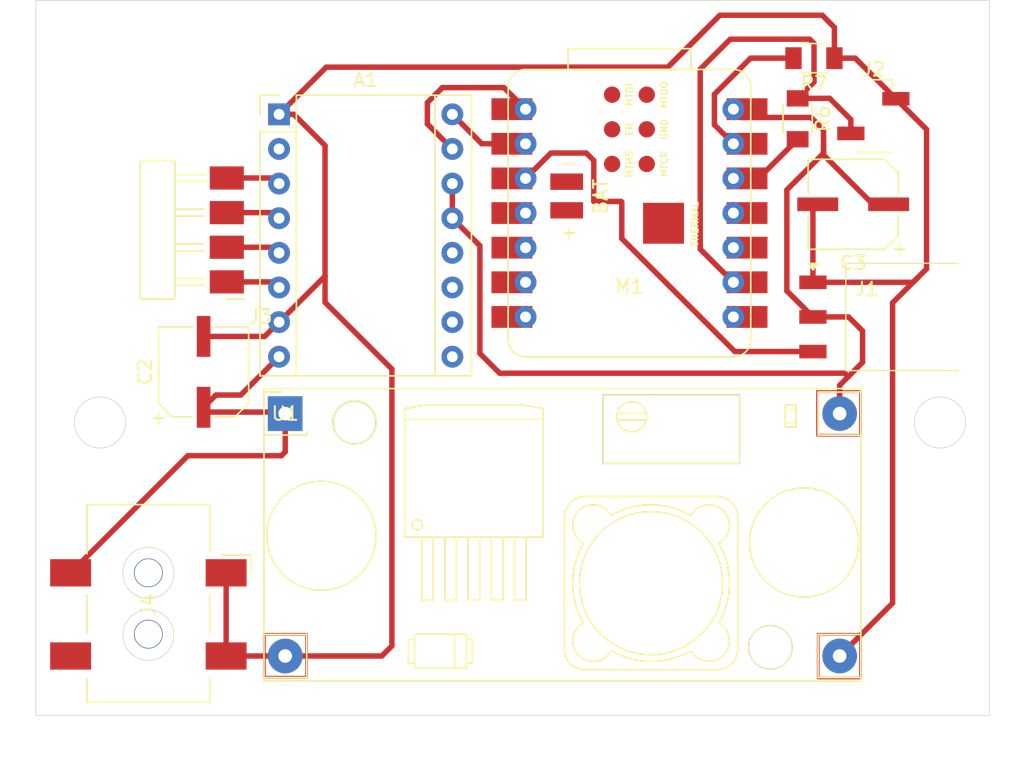
<source format=kicad_pcb>
(kicad_pcb (version 20241229) (generator "pcbnew") (generator_version "9.0")
  (layers (0 "F.Cu" signal) (2 "B.Cu" signal) (13 "F.Paste" user) (15 "B.Paste" user) (5 "F.SilkS" user "F.Silkscreen") (7 "B.SilkS" user "B.Silkscreen") (1 "F.Mask" user) (3 "B.Mask" user) (25 "Edge.Cuts" user))
  (net 0 "")
  (net 1 "GND")
  (net 3 "PWR")
  (net 4 "STEP")
  (net 6 "DIR")
  (net 9 "A1")
  (net 10 "B1")
  (net 12 "B2")
  (net 13 "A2")
  (net 14 "5V")
  (net 15 "SERVO")
  (net 35 "3V3")
  (net 41 "LIMIT")
  (footprint "fab:R_1206" (layer "F.Cu") (at 180.23556 66.14056 180)
    (property "Reference" "R7" (at 0 -1.85 0) (layer "F.SilkS"))
    (property "Value" "0")
    (fp_line (start 1 1.07) (end -1 1.07) (stroke (width 0.12)) (layer "F.SilkS"))
    (fp_line (start -1 -1.07) (end 1 -1.07) (stroke (width 0.12)) (layer "F.SilkS"))
    (pad "1" smd rect (at -1.5 0 180) (size 1.2 1.6) (layers "F.Cu" "F.Mask" "F.Paste") (net 1 "GND"))
    (pad "2" smd rect (at 1.5 0 180) (size 1.2 1.6) (layers "F.Cu" "F.Mask" "F.Paste") (net 1 "GND"))
  )
  (footprint "hw411:YAAJ_DCDC_StepDown_LM2596" (layer "F.Cu") (at 141.48 92.21)
    (property "Reference" "U1" (at 0 0 0) (layer "F.SilkS"))
    (property "Value" "DCDC_StepDown_LM2596")
    (fp_line (start -1.555 -1.835) (end -1.555 19.615) (stroke (width 0.12)) (layer "F.SilkS"))
    (fp_line (start -1.555 19.615) (end 42.195 19.615) (stroke (width 0.12)) (layer "F.SilkS"))
    (fp_line (start -1.55 -1.58) (end -0.25 -1.58) (stroke (width 0.12)) (layer "F.SilkS"))
    (fp_line (start -1.55 1.575) (end 1.58 1.58) (stroke (width 0.12)) (layer "F.SilkS"))
    (fp_line (start -1.55 16.2) (end 1.58 16.2) (stroke (width 0.12)) (layer "F.SilkS"))
    (fp_line (start -1.55 19.36) (end 1.58 19.36) (stroke (width 0.12)) (layer "F.SilkS"))
    (fp_line (start 1.58 1.27) (end 1.58 1.58) (stroke (width 0.12)) (layer "F.SilkS"))
    (fp_line (start 1.58 16.2) (end 1.58 19.36) (stroke (width 0.12)) (layer "F.SilkS"))
    (fp_line (start 8.749233 1.004149) (end 8.749233 1.165687) (stroke (width 0.12)) (layer "F.SilkS"))
    (fp_line (start 8.750233 -0.36239) (end 10.400233 -0.653329) (stroke (width 0.12)) (layer "F.SilkS"))
    (fp_line (start 8.750233 8.989106) (end 8.750233 -0.36239) (stroke (width 0.12)) (layer "F.SilkS"))
    (fp_line (start 8.750233 8.989106) (end 8.827797 9.06667) (stroke (width 0.12)) (layer "F.SilkS"))
    (fp_line (start 8.827797 9.06667) (end 18.83267 9.06667) (stroke (width 0.12)) (layer "F.SilkS"))
    (fp_line (start 9.031636 16.558217) (end 9.481636 16.558217) (stroke (width 0.12)) (layer "F.SilkS"))
    (fp_line (start 9.031636 18.308217) (end 9.031636 16.558217) (stroke (width 0.12)) (layer "F.SilkS"))
    (fp_line (start 9.481636 18.308217) (end 9.031636 18.308217) (stroke (width 0.12)) (layer "F.SilkS"))
    (fp_line (start 9.481636 18.583217) (end 9.481636 16.283217) (stroke (width 0.12)) (layer "F.SilkS"))
    (fp_line (start 9.581636 16.183217) (end 13.181636 16.183217) (stroke (width 0.12)) (layer "F.SilkS"))
    (fp_line (start 10.010233 13.69667) (end 10.010233 9.06667) (stroke (width 0.12)) (layer "F.SilkS"))
    (fp_line (start 10.010233 13.69667) (end 10.850233 13.69667) (stroke (width 0.12)) (layer "F.SilkS"))
    (fp_line (start 10.400233 -0.653329) (end 17.260233 -0.653329) (stroke (width 0.12)) (layer "F.SilkS"))
    (fp_line (start 10.850233 13.69667) (end 10.850233 9.06667) (stroke (width 0.12)) (layer "F.SilkS"))
    (fp_line (start 11.710233 13.69667) (end 11.710233 9.06667) (stroke (width 0.12)) (layer "F.SilkS"))
    (fp_line (start 11.710233 13.69667) (end 12.550233 13.69667) (stroke (width 0.12)) (layer "F.SilkS"))
    (fp_line (start 12.411358 16.283217) (end 12.411358 18.583217) (stroke (width 0.12)) (layer "F.SilkS"))
    (fp_line (start 12.550233 13.69667) (end 12.550233 9.06667) (stroke (width 0.12)) (layer "F.SilkS"))
    (fp_line (start 13.181636 18.683217) (end 9.581636 18.683217) (stroke (width 0.12)) (layer "F.SilkS"))
    (fp_line (start 13.281636 16.283217) (end 13.281636 18.583217) (stroke (width 0.12)) (layer "F.SilkS"))
    (fp_line (start 13.281636 16.558217) (end 13.731636 16.558217) (stroke (width 0.12)) (layer "F.SilkS"))
    (fp_line (start 13.282636 16.794696) (end 13.282636 16.700144) (stroke (width 0.12)) (layer "F.SilkS"))
    (fp_line (start 13.410233 13.69667) (end 13.410233 9.06667) (stroke (width 0.12)) (layer "F.SilkS"))
    (fp_line (start 13.410233 13.69667) (end 14.250233 13.69667) (stroke (width 0.12)) (layer "F.SilkS"))
    (fp_line (start 13.731636 16.558217) (end 13.731636 18.308217) (stroke (width 0.12)) (layer "F.SilkS"))
    (fp_line (start 13.731636 18.308217) (end 13.281636 18.308217) (stroke (width 0.12)) (layer "F.SilkS"))
    (fp_line (start 14.250233 13.69667) (end 14.250233 9.06667) (stroke (width 0.12)) (layer "F.SilkS"))
    (fp_line (start 15.110233 13.69667) (end 15.110233 9.06667) (stroke (width 0.12)) (layer "F.SilkS"))
    (fp_line (start 15.110233 13.69667) (end 15.950233 13.69667) (stroke (width 0.12)) (layer "F.SilkS"))
    (fp_line (start 15.950233 13.69667) (end 15.950233 9.06667) (stroke (width 0.12)) (layer "F.SilkS"))
    (fp_line (start 16.810233 13.69667) (end 16.810233 9.06667) (stroke (width 0.12)) (layer "F.SilkS"))
    (fp_line (start 16.810233 13.69667) (end 17.650233 13.69667) (stroke (width 0.12)) (layer "F.SilkS"))
    (fp_line (start 17.260233 -0.653329) (end 18.910233 -0.36239) (stroke (width 0.12)) (layer "F.SilkS"))
    (fp_line (start 17.650233 13.69667) (end 17.650233 9.06667) (stroke (width 0.12)) (layer "F.SilkS"))
    (fp_line (start 18.83267 9.06667) (end 18.910233 8.989106) (stroke (width 0.12)) (layer "F.SilkS"))
    (fp_line (start 18.910233 0.42667) (end 8.750233 0.42667) (stroke (width 0.12)) (layer "F.SilkS"))
    (fp_line (start 18.910233 8.989106) (end 18.910233 -0.36239) (stroke (width 0.12)) (layer "F.SilkS"))
    (fp_line (start 20.467397 7.585796) (end 20.467397 17.285796) (stroke (width 0.12)) (layer "F.SilkS"))
    (fp_line (start 21.967397 18.785796) (end 31.667397 18.785796) (stroke (width 0.12)) (layer "F.SilkS"))
    (fp_line (start 23.299783 3.582294) (end 23.299783 -1.317705) (stroke (width 0.12)) (layer "F.SilkS"))
    (fp_line (start 23.349783 -1.367705) (end 33.249783 -1.367705) (stroke (width 0.12)) (layer "F.SilkS"))
    (fp_line (start 24.336385 -0.0491) (end 24.360553 -0.017705) (stroke (width 0.12)) (layer "F.SilkS"))
    (fp_line (start 24.348594 0.007294) (end 24.324147 0.002062) (stroke (width 0.12)) (layer "F.SilkS"))
    (fp_line (start 24.348594 0.007294) (end 24.355764 -0.023925) (stroke (width 0.12)) (layer "F.SilkS"))
    (fp_line (start 24.348594 0.007294) (end 24.360553 -0.017705) (stroke (width 0.12)) (layer "F.SilkS"))
    (fp_line (start 24.360553 0.482294) (end 26.439014 0.482294) (stroke (width 0.12)) (layer "F.SilkS"))
    (fp_line (start 26.439014 -0.017705) (end 24.360553 -0.017705) (stroke (width 0.12)) (layer "F.SilkS"))
    (fp_line (start 31.667397 6.085796) (end 21.967397 6.085796) (stroke (width 0.12)) (layer "F.SilkS"))
    (fp_line (start 31.858978 -1.368705) (end 31.814106 -1.368705) (stroke (width 0.12)) (layer "F.SilkS"))
    (fp_line (start 31.942312 -1.368705) (end 31.908357 -1.368705) (stroke (width 0.12)) (layer "F.SilkS"))
    (fp_line (start 33.167397 17.285796) (end 33.167397 7.585796) (stroke (width 0.12)) (layer "F.SilkS"))
    (fp_line (start 33.249783 3.632294) (end 23.349783 3.632294) (stroke (width 0.12)) (layer "F.SilkS"))
    (fp_line (start 33.299783 -1.317705) (end 33.299783 3.582294) (stroke (width 0.12)) (layer "F.SilkS"))
    (fp_line (start 36.648681 -0.299704) (end 37.448681 -0.299704) (stroke (width 0.12)) (layer "F.SilkS"))
    (fp_line (start 36.648681 0.980295) (end 36.648681 -0.619704) (stroke (width 0.12)) (layer "F.SilkS"))
    (fp_line (start 37.448681 -0.619704) (end 36.648681 -0.619704) (stroke (width 0.12)) (layer "F.SilkS"))
    (fp_line (start 37.448681 -0.619704) (end 37.448681 0.980295) (stroke (width 0.12)) (layer "F.SilkS"))
    (fp_line (start 37.448681 0.660295) (end 36.648681 0.660295) (stroke (width 0.12)) (layer "F.SilkS"))
    (fp_line (start 37.448681 0.980295) (end 36.648681 0.980295) (stroke (width 0.12)) (layer "F.SilkS"))
    (fp_line (start 39.06 -1.58) (end 42.175 -1.58) (stroke (width 0.12)) (layer "F.SilkS"))
    (fp_line (start 39.06 1.58) (end 39.06 -1.58) (stroke (width 0.12)) (layer "F.SilkS"))
    (fp_line (start 39.06 1.58) (end 42.22 1.58) (stroke (width 0.12)) (layer "F.SilkS"))
    (fp_line (start 39.06 16.2) (end 42.175 16.2) (stroke (width 0.12)) (layer "F.SilkS"))
    (fp_line (start 39.06 19.36) (end 39.06 16.2) (stroke (width 0.12)) (layer "F.SilkS"))
    (fp_line (start 39.06 19.36) (end 42.175 19.36) (stroke (width 0.12)) (layer "F.SilkS"))
    (fp_line (start 42.195 -1.835) (end -1.555 -1.835) (stroke (width 0.12)) (layer "F.SilkS"))
    (fp_line (start 42.195 19.615) (end 42.195 -1.835) (stroke (width 0.12)) (layer "F.SilkS"))
    (fp_arc (start 9.481636 16.283217) (mid 9.510925 16.212506) (end 9.581636 16.183217) (stroke (width 0.12)) (layer "F.SilkS"))
    (fp_arc (start 9.581636 18.683217) (mid 9.510925 18.653928) (end 9.481636 18.583217) (stroke (width 0.12)) (layer "F.SilkS"))
    (fp_arc (start 13.181636 16.183217) (mid 13.252347 16.212506) (end 13.281636 16.283217) (stroke (width 0.12)) (layer "F.SilkS"))
    (fp_arc (start 13.281636 18.583217) (mid 13.252347 18.653928) (end 13.181636 18.683217) (stroke (width 0.12)) (layer "F.SilkS"))
    (fp_arc (start 20.467397 7.585796) (mid 20.906737 6.525136) (end 21.967397 6.085796) (stroke (width 0.12)) (layer "F.SilkS"))
    (fp_arc (start 21.781131 9.46601) (mid 21.825145 9.526245) (end 21.815218 9.600183) (stroke (width 0.12)) (layer "F.SilkS"))
    (fp_arc (start 21.781132 9.466011) (mid 21.514096 7.132496) (end 23.847611 7.399531) (stroke (width 0.12)) (layer "F.SilkS"))
    (fp_arc (start 21.815217 15.271409) (mid 21.825145 15.345347) (end 21.781132 15.405582) (stroke (width 0.12)) (layer "F.SilkS"))
    (fp_arc (start 21.815218 15.27141) (mid 21.067397 12.435796) (end 21.815218 9.600183) (stroke (width 0.12)) (layer "F.SilkS"))
    (fp_arc (start 21.967397 18.785796) (mid 20.906737 18.346456) (end 20.467397 17.285796) (stroke (width 0.12)) (layer "F.SilkS"))
    (fp_arc (start 23.299783 -1.317705) (mid 23.314428 -1.35306) (end 23.349783 -1.367705) (stroke (width 0.12)) (layer "F.SilkS"))
    (fp_arc (start 23.349783 3.632294) (mid 23.314428 3.617649) (end 23.299783 3.582294) (stroke (width 0.12)) (layer "F.SilkS"))
    (fp_arc (start 23.847611 17.472062) (mid 21.514095 17.739097) (end 21.781132 15.405582) (stroke (width 0.12)) (layer "F.SilkS"))
    (fp_arc (start 23.847611 17.472062) (mid 23.907845 17.428049) (end 23.981783 17.437976) (stroke (width 0.12)) (layer "F.SilkS"))
    (fp_arc (start 23.981783 7.433617) (mid 23.907845 7.443544) (end 23.847611 7.399531) (stroke (width 0.12)) (layer "F.SilkS"))
    (fp_arc (start 23.981784 7.433617) (mid 26.817397 6.685796) (end 29.653011 7.433617) (stroke (width 0.12)) (layer "F.SilkS"))
    (fp_arc (start 24.324148 0.462527) (mid 26.469605 -0.023594) (end 24.336385 0.51369) (stroke (width 0.12)) (layer "F.SilkS"))
    (fp_arc (start 29.653011 17.437976) (mid 26.817397 18.185797) (end 23.981783 17.437976) (stroke (width 0.12)) (layer "F.SilkS"))
    (fp_arc (start 29.653011 17.437976) (mid 29.726949 17.428049) (end 29.787183 17.472062) (stroke (width 0.12)) (layer "F.SilkS"))
    (fp_arc (start 29.787183 7.399531) (mid 29.726949 7.443544) (end 29.653011 7.433617) (stroke (width 0.12)) (layer "F.SilkS"))
    (fp_arc (start 29.787183 7.399531) (mid 32.120699 7.132496) (end 31.853662 9.466011) (stroke (width 0.12)) (layer "F.SilkS"))
    (fp_arc (start 31.667397 6.085796) (mid 32.728057 6.525136) (end 33.167397 7.585796) (stroke (width 0.12)) (layer "F.SilkS"))
    (fp_arc (start 31.819576 9.600183) (mid 32.567397 12.435796) (end 31.819576 15.27141) (stroke (width 0.12)) (layer "F.SilkS"))
    (fp_arc (start 31.819577 9.600184) (mid 31.809649 9.526246) (end 31.853662 9.466011) (stroke (width 0.12)) (layer "F.SilkS"))
    (fp_arc (start 31.853662 15.405582) (mid 32.120698 17.739097) (end 29.787183 17.472062) (stroke (width 0.12)) (layer "F.SilkS"))
    (fp_arc (start 31.853663 15.405583) (mid 31.809649 15.345348) (end 31.819576 15.27141) (stroke (width 0.12)) (layer "F.SilkS"))
    (fp_arc (start 33.167397 17.285796) (mid 32.728057 18.346456) (end 31.667397 18.785796) (stroke (width 0.12)) (layer "F.SilkS"))
    (fp_arc (start 33.249783 -1.367705) (mid 33.285138 -1.35306) (end 33.299783 -1.317705) (stroke (width 0.12)) (layer "F.SilkS"))
    (fp_arc (start 33.299783 3.582294) (mid 33.285138 3.617649) (end 33.249783 3.632294) (stroke (width 0.12)) (layer "F.SilkS"))
    (fp_circle (center 2.646666 8.957418) (end 6.646666 8.957418) (stroke (width 0.12)) (fill no) (layer "F.SilkS"))
    (fp_circle (center 5.08 0.635) (end 6.678999 0.635) (stroke (width 0.12)) (fill no) (layer "F.SilkS"))
    (fp_circle (center 9.673179 8.154594) (end 10.048179 8.154594) (stroke (width 0.12)) (fill no) (layer "F.SilkS"))
    (fp_circle (center 26.817397 12.435796) (end 32.067397 12.435796) (stroke (width 0.12)) (fill no) (layer "F.SilkS"))
    (fp_circle (center 35.56 17.145) (end 37.159 17.145) (stroke (width 0.12)) (fill no) (layer "F.SilkS"))
    (fp_circle (center 38.029307 9.455206) (end 42.029307 9.455206) (stroke (width 0.12)) (fill no) (layer "F.SilkS"))
    (pad "1" thru_hole rect (at 0 0) (size 2.54 2.54) (drill 1) (layers "*.Cu" "*.Mask") (net 3 "PWR"))
    (pad "2" thru_hole circle (at 0 17.78) (size 2.54 2.54) (drill 1) (layers "*.Cu" "*.Mask") (net 1 "GND"))
    (pad "3" thru_hole circle (at 40.64 17.78) (size 2.54 2.54) (drill 1) (layers "*.Cu" "*.Mask") (net 1 "GND"))
    (pad "4" thru_hole circle (at 40.64 0) (size 2.54 2.54) (drill 1) (layers "*.Cu" "*.Mask") (net 14 "5V"))
  )
  (footprint "fab:PinSocket_01x02_P2.54mm_Vertical_SMD" (layer "F.Cu") (at 184.59056 70.39056)
    (property "Reference" "J2" (at 0 -3.429 0) (layer "F.SilkS"))
    (property "Value" "Limit-switch")
    (fp_line (start -1.27 2.667) (end 1.27 2.667) (stroke (width 0.12)) (layer "F.SilkS"))
    (fp_line (start 1.397 -2.667) (end 0 -2.667) (stroke (width 0.12)) (layer "F.SilkS"))
    (fp_line (start 1.397 -2.032) (end 1.397 -2.667) (stroke (width 0.12)) (layer "F.SilkS"))
    (pad "1" smd rect (at 1.65 -1.27) (size 2 1) (layers "F.Cu" "F.Mask" "F.Paste") (net 1 "GND"))
    (pad "2" smd rect (at -1.65 1.27) (size 2 1) (layers "F.Cu" "F.Mask" "F.Paste") (net 41 "LIMIT"))
  )
  (footprint "fab:CUIDevices_PJ-002AH-SMT-TR_PWRJack_2x5.5mm" (layer "F.Cu") (at 131.45 106.89 -90)
    (property "Reference" "J4" (at -0.65 0 90) (layer "F.SilkS"))
    (property "Value" "PWRJack PJ-002AH-SMT-TR")
    (fp_line (start -8 4.5) (end -4.39 4.5) (stroke (width 0.12)) (layer "F.SilkS"))
    (fp_line (start -8 4.5) (end -8 -4.5) (stroke (width 0.12)) (layer "F.SilkS"))
    (fp_line (start -1.4 4.5) (end 1.4 4.5) (stroke (width 0.12)) (layer "F.SilkS"))
    (fp_line (start 6.5 4.5) (end 4.8 4.5) (stroke (width 0.12)) (layer "F.SilkS"))
    (fp_line (start -8 -4.5) (end -4.6 -4.5) (stroke (width 0.12)) (layer "F.SilkS"))
    (fp_line (start -1.4 -4.5) (end 1.4 -4.5) (stroke (width 0.12)) (layer "F.SilkS"))
    (fp_line (start 4.7 -4.5) (end 6.5 -4.5) (stroke (width 0.12)) (layer "F.SilkS"))
    (fp_line (start 6.5 -4.5) (end 6.5 4.5) (stroke (width 0.12)) (layer "F.SilkS"))
    (fp_line (start -4.3 -7.5) (end -4.3 -5.36) (stroke (width 0.12)) (layer "F.SilkS"))
    (fp_line (start -2.96 -7.5) (end -4.3 -7.5) (stroke (width 0.12)) (layer "F.SilkS"))
    (pad "" thru_hole circle (at -3 0) (size 2.1 2.1) (drill 2) (layers "*.Cu" "*.Mask"))
    (pad "" thru_hole circle (at 1.5 0) (size 2.1 2.1) (drill 2) (layers "*.Cu" "*.Mask"))
    (pad "1" smd rect (at -3 -5.7) (size 3 2) (layers "F.Cu" "F.Mask" "F.Paste") (net 1 "GND"))
    (pad "1" smd rect (at 3.1 -5.7) (size 3 2) (layers "F.Cu" "F.Mask" "F.Paste") (net 1 "GND"))
    (pad "2" smd rect (at 3.1 5.7) (size 3 2) (layers "F.Cu" "F.Mask" "F.Paste"))
    (pad "3" smd rect (at -3 5.7) (size 3 2) (layers "F.Cu" "F.Mask" "F.Paste") (net 3 "PWR"))
  )
  (footprint "fab:CP_Elec_100uF_Panasonic_EEE-FN1E101UL" (layer "F.Cu") (at 183.11056 76.85806 180)
    (property "Reference" "C3" (at 0 -4.3 0) (layer "F.SilkS"))
    (property "Value" "CP_Elec_100uF")
    (fp_line (start 3.3 3.3) (end 3.3 0.8) (stroke (width 0.12)) (layer "F.SilkS"))
    (fp_line (start 3.3 -3.3) (end 3.3 -0.8) (stroke (width 0.12)) (layer "F.SilkS"))
    (fp_line (start -2.3 3.3) (end 3.3 3.3) (stroke (width 0.12)) (layer "F.SilkS"))
    (fp_line (start -2.3 -3.3) (end 3.3 -3.3) (stroke (width 0.12)) (layer "F.SilkS"))
    (fp_line (start -3.3 2.3) (end -2.3 3.3) (stroke (width 0.12)) (layer "F.SilkS"))
    (fp_line (start -3.3 0.8) (end -3.3 2.3) (stroke (width 0.12)) (layer "F.SilkS"))
    (fp_line (start -3.3 -0.8) (end -3.3 -2.3) (stroke (width 0.12)) (layer "F.SilkS"))
    (fp_line (start -3.3 -2.3) (end -2.3 -3.3) (stroke (width 0.12)) (layer "F.SilkS"))
    (fp_line (start -3.4 -3.7) (end -3.4 -2.9) (stroke (width 0.12)) (layer "F.SilkS"))
    (fp_line (start -3.8 -3.3) (end -3 -3.3) (stroke (width 0.12)) (layer "F.SilkS"))
    (pad "1" smd rect (at -2.6 0 180) (size 3 1) (layers "F.Cu" "F.Mask" "F.Paste") (net 14 "5V"))
    (pad "2" smd rect (at 2.6 0 180) (size 3 1) (layers "F.Cu" "F.Mask" "F.Paste") (net 1 "GND"))
  )
  (footprint "Module:Pololu_Breakout-16_15.2x20.3mm" (layer "F.Cu") (at 141.03 70.26)
    (property "Reference" "A1" (at 6.35 -2.54 0) (layer "F.SilkS"))
    (property "Value" "DRV8825")
    (fp_line (start -1.4 -1.4) (end -1.4 0) (stroke (width 0.12)) (layer "F.SilkS"))
    (fp_line (start -1.4 1.27) (end -1.4 19.18) (stroke (width 0.12)) (layer "F.SilkS"))
    (fp_line (start -1.4 19.18) (end 14.1 19.18) (stroke (width 0.12)) (layer "F.SilkS"))
    (fp_line (start 0 -1.4) (end -1.4 -1.4) (stroke (width 0.12)) (layer "F.SilkS"))
    (fp_line (start 1.27 -1.4) (end 1.27 1.27) (stroke (width 0.12)) (layer "F.SilkS"))
    (fp_line (start 1.27 1.27) (end -1.4 1.27) (stroke (width 0.12)) (layer "F.SilkS"))
    (fp_line (start 1.27 1.27) (end 1.27 19.18) (stroke (width 0.12)) (layer "F.SilkS"))
    (fp_line (start 11.43 -1.4) (end 11.43 19.18) (stroke (width 0.12)) (layer "F.SilkS"))
    (fp_line (start 14.1 -1.4) (end 1.27 -1.4) (stroke (width 0.12)) (layer "F.SilkS"))
    (fp_line (start 14.1 19.18) (end 14.1 -1.4) (stroke (width 0.12)) (layer "F.SilkS"))
    (pad "1" thru_hole rect (at 0 0) (size 1.6 1.6) (drill 0.8) (layers "*.Cu" "*.Mask") (net 1 "GND"))
    (pad "2" thru_hole oval (at 0 2.54) (size 1.6 1.6) (drill 0.8) (layers "*.Cu" "*.Mask"))
    (pad "3" thru_hole oval (at 0 5.08) (size 1.6 1.6) (drill 0.8) (layers "*.Cu" "*.Mask") (net 13 "A2"))
    (pad "4" thru_hole oval (at 0 7.62) (size 1.6 1.6) (drill 0.8) (layers "*.Cu" "*.Mask") (net 9 "A1"))
    (pad "5" thru_hole oval (at 0 10.16) (size 1.6 1.6) (drill 0.8) (layers "*.Cu" "*.Mask") (net 10 "B1"))
    (pad "6" thru_hole oval (at 0 12.7) (size 1.6 1.6) (drill 0.8) (layers "*.Cu" "*.Mask") (net 12 "B2"))
    (pad "7" thru_hole oval (at 0 15.24) (size 1.6 1.6) (drill 0.8) (layers "*.Cu" "*.Mask") (net 1 "GND"))
    (pad "8" thru_hole oval (at 0 17.78) (size 1.6 1.6) (drill 0.8) (layers "*.Cu" "*.Mask") (net 3 "PWR"))
    (pad "9" thru_hole oval (at 12.7 17.78) (size 1.6 1.6) (drill 0.8) (layers "*.Cu" "*.Mask"))
    (pad "10" thru_hole oval (at 12.7 15.24) (size 1.6 1.6) (drill 0.8) (layers "*.Cu" "*.Mask"))
    (pad "11" thru_hole oval (at 12.7 12.7) (size 1.6 1.6) (drill 0.8) (layers "*.Cu" "*.Mask"))
    (pad "12" thru_hole oval (at 12.7 10.16) (size 1.6 1.6) (drill 0.8) (layers "*.Cu" "*.Mask"))
    (pad "13" thru_hole oval (at 12.7 7.62) (size 1.6 1.6) (drill 0.8) (layers "*.Cu" "*.Mask") (net 14 "5V"))
    (pad "14" thru_hole oval (at 12.7 5.08) (size 1.6 1.6) (drill 0.8) (layers "*.Cu" "*.Mask") (net 14 "5V"))
    (pad "15" thru_hole oval (at 12.7 2.54) (size 1.6 1.6) (drill 0.8) (layers "*.Cu" "*.Mask") (net 4 "STEP"))
    (pad "16" thru_hole oval (at 12.7 0) (size 1.6 1.6) (drill 0.8) (layers "*.Cu" "*.Mask") (net 6 "DIR"))
  )
  (footprint "fab:PinHeader_01x04_P2.54mm_Horizontal_SMD" (layer "F.Cu") (at 137.2 82.55 180)
    (property "Reference" "J3" (at -1.524 -2.54 0) (layer "F.SilkS") (effects (justify left)))
    (property "Value" "PinHeader_01x04_P2.54mm_Horizontal_SMD")
    (fp_line (start 6.35 8.89) (end 3.81 8.89) (stroke (width 0.12)) (layer "F.SilkS"))
    (fp_line (start 6.35 -1.27) (end 6.35 8.89) (stroke (width 0.12)) (layer "F.SilkS"))
    (fp_line (start 3.81 8.89) (end 3.81 -1.27) (stroke (width 0.12)) (layer "F.SilkS"))
    (fp_line (start 3.81 7.874) (end 1.6 7.874) (stroke (width 0.12)) (layer "F.SilkS"))
    (fp_line (start 3.81 7.366) (end 1.6 7.366) (stroke (width 0.12)) (layer "F.SilkS"))
    (fp_line (start 3.81 5.334) (end 1.6 5.334) (stroke (width 0.12)) (layer "F.SilkS"))
    (fp_line (start 3.81 4.826) (end 1.6 4.826) (stroke (width 0.12)) (layer "F.SilkS"))
    (fp_line (start 3.81 2.794) (end 1.6 2.794) (stroke (width 0.12)) (layer "F.SilkS"))
    (fp_line (start 3.81 2.286) (end 1.6 2.286) (stroke (width 0.12)) (layer "F.SilkS"))
    (fp_line (start 3.81 0.254) (end 1.6 0.254) (stroke (width 0.12)) (layer "F.SilkS"))
    (fp_line (start 3.81 -0.254) (end 1.6 -0.254) (stroke (width 0.12)) (layer "F.SilkS"))
    (fp_line (start 3.81 -1.27) (end 6.35 -1.27) (stroke (width 0.12)) (layer "F.SilkS"))
    (fp_line (start -1.27 -1.27) (end 0 -1.27) (stroke (width 0.12)) (layer "F.SilkS"))
    (pad "1" smd rect (at 0 0 180) (size 2.5 1.7) (layers "F.Cu" "F.Mask" "F.Paste") (net 12 "B2"))
    (pad "2" smd rect (at 0 2.54 180) (size 2.5 1.7) (layers "F.Cu" "F.Mask" "F.Paste") (net 10 "B1"))
    (pad "3" smd rect (at 0 5.08 180) (size 2.5 1.7) (layers "F.Cu" "F.Mask" "F.Paste") (net 9 "A1"))
    (pad "4" smd rect (at 0 7.62 180) (size 2.5 1.7) (layers "F.Cu" "F.Mask" "F.Paste") (net 13 "A2"))
  )
  (footprint "fab:PinSocket_01x03_P2.54mm_Horizontal_SMD" (layer "F.Cu") (at 180.16056 82.58056)
    (property "Reference" "J1" (at 4.88 0.51 0) (layer "F.SilkS") (effects (justify right)))
    (property "Value" "Pin_01x03_Horizontal_SMD")
    (fp_line (start 2.413 -1.397) (end 2.413 6.477) (stroke (width 0.1)) (layer "F.SilkS"))
    (fp_line (start 2.413 6.477) (end 10.668 6.477) (stroke (width 0.1)) (layer "F.SilkS"))
    (fp_line (start 10.668 -1.397) (end 2.413 -1.397) (stroke (width 0.1)) (layer "F.SilkS"))
    (fp_poly (pts (xy 0 -0.889) (xy -0.381 -1.397) (xy 0.381 -1.397)) (stroke (width 0.1)) (fill yes) (layer "F.SilkS"))
    (pad "1" smd rect (at 0 0) (size 2 1) (layers "F.Cu" "F.Mask" "F.Paste") (net 1 "GND"))
    (pad "2" smd rect (at 0 2.54) (size 2 1) (layers "F.Cu" "F.Mask" "F.Paste") (net 14 "5V"))
    (pad "3" smd rect (at 0 5.08) (size 2 1) (layers "F.Cu" "F.Mask" "F.Paste") (net 15 "SERVO"))
  )
  (footprint "fab:SeeedStudio_XIAO_ESP32C3" (layer "F.Cu") (at 166.71056 77.50056)
    (property "Reference" "M1" (at 0 5.39 0) (layer "F.SilkS"))
    (property "Value" "XIAO ESP32C3")
    (fp_line (start -8.8875 9.281) (end -8.8875 -9.261) (stroke (width 0.12)) (layer "F.SilkS"))
    (fp_line (start -7.6175 -10.531) (end 7.6225 -10.531) (stroke (width 0.12)) (layer "F.SilkS"))
    (fp_line (start 7.6225 10.551) (end -7.6175 10.551) (stroke (width 0.12)) (layer "F.SilkS"))
    (fp_line (start 8.8925 -9.261) (end 8.8925 9.281) (stroke (width 0.12)) (layer "F.SilkS"))
    (fp_rect (start -4.4975 -10.531) (end 4.5025 -12.055) (stroke (width 0.12)) (fill no) (layer "F.SilkS"))
    (fp_arc (start -8.8875 -9.261) (mid -8.515526 -10.159026) (end -7.6175 -10.531) (stroke (width 0.12)) (layer "F.SilkS"))
    (fp_arc (start -7.6175 10.551) (mid -8.515526 10.179026) (end -8.8875 9.281) (stroke (width 0.12)) (layer "F.SilkS"))
    (fp_arc (start 7.6225 -10.531) (mid 8.520526 -10.159026) (end 8.8925 -9.261) (stroke (width 0.12)) (layer "F.SilkS"))
    (fp_arc (start 8.8925 9.281) (mid 8.520526 10.179026) (end 7.6225 10.551) (stroke (width 0.12)) (layer "F.SilkS"))
    (fp_text user "MTDO" (at 2.54 -8.68 90) (layer "F.SilkS") (effects (font (size 0.5 0.5) (thickness 0.1) (bold yes))))
    (fp_text user "EN" (at 0 -6.14 90) (layer "F.SilkS") (effects (font (size 0.5 0.5) (thickness 0.1) (bold yes))))
    (fp_text user "MTMS" (at 0 -3.6 90) (layer "F.SilkS") (effects (font (size 0.5 0.5) (thickness 0.1) (bold yes))))
    (fp_text user "MTDI" (at 0 -8.68 90) (layer "F.SilkS") (effects (font (size 0.5 0.5) (thickness 0.1) (bold yes))))
    (fp_text user "GND" (at 2.54 -6.14 90) (layer "F.SilkS") (effects (font (size 0.5 0.5) (thickness 0.1) (bold yes))))
    (fp_text user "THERMAL" (at 4.8 0.8 90) (layer "F.SilkS") (effects (font (size 0.5 0.5) (thickness 0.1) (bold yes))))
    (fp_text user "BAT" (at -2.7 -1.2 90) (layer "F.SilkS") (effects (justify top)))
    (fp_text user "-" (at -4.4 -3.7 0) (layer "F.SilkS"))
    (fp_text user "+" (at -4.4 1.4 0) (layer "F.SilkS"))
    (fp_text user "MTCK" (at 2.54 -3.6 90) (layer "F.SilkS") (effects (font (size 0.5 0.5) (thickness 0.1) (bold yes))))
    (pad "1" thru_hole circle (at -7.615 -7.62) (size 1.6 1.6) (drill 0.8) (layers "*.Cu" "*.Mask") (net 4 "STEP"))
    (pad "1" smd rect (at -7.615 -7.62) (size 3 1.6) (drill (offset -1 0)) (layers "F.Cu" "F.Mask" "F.Paste") (net 4 "STEP"))
    (pad "2" thru_hole circle (at -7.615 -5.08) (size 1.6 1.6) (drill 0.8) (layers "*.Cu" "*.Mask") (net 6 "DIR"))
    (pad "2" smd rect (at -7.615 -5.08) (size 3 1.6) (drill (offset -1 0)) (layers "F.Cu" "F.Mask" "F.Paste") (net 6 "DIR"))
    (pad "3" thru_hole circle (at -7.615 -2.54) (size 1.6 1.6) (drill 0.8) (layers "*.Cu" "*.Mask") (net 15 "SERVO"))
    (pad "3" smd rect (at -7.615 -2.54) (size 3 1.6) (drill (offset -1 0)) (layers "F.Cu" "F.Mask" "F.Paste") (net 15 "SERVO"))
    (pad "4" thru_hole circle (at -7.615 0) (size 1.6 1.6) (drill 0.8) (layers "*.Cu" "*.Mask"))
    (pad "4" smd rect (at -7.615 0) (size 3 1.6) (drill (offset -1 0)) (layers "F.Cu" "F.Mask" "F.Paste"))
    (pad "5" thru_hole circle (at -7.615 2.54) (size 1.6 1.6) (drill 0.8) (layers "*.Cu" "*.Mask"))
    (pad "5" smd rect (at -7.615 2.54) (size 3 1.6) (drill (offset -1 0)) (layers "F.Cu" "F.Mask" "F.Paste"))
    (pad "6" thru_hole circle (at -7.615 5.08) (size 1.6 1.6) (drill 0.8) (layers "*.Cu" "*.Mask"))
    (pad "6" smd rect (at -7.615 5.08) (size 3 1.6) (drill (offset -1 0)) (layers "F.Cu" "F.Mask" "F.Paste"))
    (pad "7" thru_hole circle (at -7.615 7.62) (size 1.6 1.6) (drill 0.8) (layers "*.Cu" "*.Mask"))
    (pad "7" smd rect (at -7.615 7.62) (size 3 1.6) (drill (offset -1 0)) (layers "F.Cu" "F.Mask" "F.Paste"))
    (pad "8" thru_hole circle (at 7.62 7.62) (size 1.6 1.6) (drill 0.8) (layers "*.Cu" "*.Mask"))
    (pad "8" smd rect (at 7.62 7.62) (size 3 1.6) (drill (offset 1 0)) (layers "F.Cu" "F.Mask" "F.Paste"))
    (pad "9" thru_hole circle (at 7.62 5.08) (size 1.6 1.6) (drill 0.8) (layers "*.Cu" "*.Mask") (net 41 "LIMIT"))
    (pad "9" smd rect (at 7.62 5.08) (size 3 1.6) (drill (offset 1 0)) (layers "F.Cu" "F.Mask" "F.Paste") (net 41 "LIMIT"))
    (pad "10" thru_hole circle (at 7.62 2.54) (size 1.6 1.6) (drill 0.8) (layers "*.Cu" "*.Mask"))
    (pad "10" smd rect (at 7.62 2.54) (size 3 1.6) (drill (offset 1 0)) (layers "F.Cu" "F.Mask" "F.Paste"))
    (pad "11" thru_hole circle (at 7.62 0) (size 1.6 1.6) (drill 0.8) (layers "*.Cu" "*.Mask"))
    (pad "11" smd rect (at 7.62 0) (size 3 1.6) (drill (offset 1 0)) (layers "F.Cu" "F.Mask" "F.Paste"))
    (pad "12" thru_hole circle (at 7.62 -2.54) (size 1.6 1.6) (drill 0.8) (layers "*.Cu" "*.Mask") (net 35 "3V3"))
    (pad "12" smd rect (at 7.62 -2.54) (size 3 1.6) (drill (offset 1 0)) (layers "F.Cu" "F.Mask" "F.Paste") (net 35 "3V3"))
    (pad "13" thru_hole circle (at 7.62 -5.08) (size 1.6 1.6) (drill 0.8) (layers "*.Cu" "*.Mask") (net 1 "GND"))
    (pad "13" smd rect (at 7.62 -5.08) (size 3 1.6) (drill (offset 1 0)) (layers "F.Cu" "F.Mask" "F.Paste") (net 1 "GND"))
    (pad "14" thru_hole circle (at 7.62 -7.62) (size 1.6 1.6) (drill 0.8) (layers "*.Cu" "*.Mask") (net 14 "5V"))
    (pad "14" smd rect (at 7.62 -7.62) (size 3 1.6) (drill (offset 1 0)) (layers "F.Cu" "F.Mask" "F.Paste") (net 14 "5V"))
    (pad "15" smd rect (at -4.6 -2.3) (size 2.4 1.2) (layers "F.Cu" "F.Mask" "F.Paste"))
    (pad "16" smd rect (at -4.6 -0.2) (size 2.4 1.2) (layers "F.Cu" "F.Mask" "F.Paste"))
    (pad "17" smd circle (at -1.27 -8.68) (size 1.2 1.2) (layers "F.Cu" "F.Mask" "F.Paste"))
    (pad "18" smd circle (at -1.27 -6.14) (size 1.2 1.2) (layers "F.Cu" "F.Mask" "F.Paste"))
    (pad "19" smd circle (at -1.27 -3.6) (size 1.2 1.2) (layers "F.Cu" "F.Mask" "F.Paste"))
    (pad "20" smd circle (at 1.27 -3.6) (size 1.2 1.2) (layers "F.Cu" "F.Mask" "F.Paste"))
    (pad "21" smd circle (at 1.27 -6.14) (size 1.2 1.2) (layers "F.Cu" "F.Mask" "F.Paste"))
    (pad "22" smd circle (at 1.27 -8.68) (size 1.2 1.2) (layers "F.Cu" "F.Mask" "F.Paste"))
    (pad "23" smd rect (at 2.5 0.75) (size 3 3) (layers "F.Cu" "F.Mask" "F.Paste"))
  )
  (footprint "fab:CP_Elec_100uF_Panasonic_EEE-FN1E101UL" (layer "F.Cu") (at 135.5 89.15 90)
    (property "Reference" "C2" (at 0 -4.3 90) (layer "F.SilkS"))
    (property "Value" "CP_Elec_100uF")
    (fp_line (start -3.4 -3.7) (end -3.4 -2.9) (stroke (width 0.12)) (layer "F.SilkS"))
    (fp_line (start 3.3 -3.3) (end 3.3 -0.8) (stroke (width 0.12)) (layer "F.SilkS"))
    (fp_line (start -2.3 -3.3) (end 3.3 -3.3) (stroke (width 0.12)) (layer "F.SilkS"))
    (fp_line (start -3.8 -3.3) (end -3 -3.3) (stroke (width 0.12)) (layer "F.SilkS"))
    (fp_line (start -3.3 -2.3) (end -2.3 -3.3) (stroke (width 0.12)) (layer "F.SilkS"))
    (fp_line (start -3.3 -0.8) (end -3.3 -2.3) (stroke (width 0.12)) (layer "F.SilkS"))
    (fp_line (start -3.3 0.8) (end -3.3 2.3) (stroke (width 0.12)) (layer "F.SilkS"))
    (fp_line (start -3.3 2.3) (end -2.3 3.3) (stroke (width 0.12)) (layer "F.SilkS"))
    (fp_line (start 3.3 3.3) (end 3.3 0.8) (stroke (width 0.12)) (layer "F.SilkS"))
    (fp_line (start -2.3 3.3) (end 3.3 3.3) (stroke (width 0.12)) (layer "F.SilkS"))
    (pad "1" smd rect (at -2.6 0 90) (size 3 1) (layers "F.Cu" "F.Mask" "F.Paste") (net 3 "PWR"))
    (pad "2" smd rect (at 2.6 0 90) (size 3 1) (layers "F.Cu" "F.Mask" "F.Paste") (net 1 "GND"))
  )
  (footprint "fab:R_1206" (layer "F.Cu") (at 179.04056 70.59056 -90)
    (property "Reference" "R6" (at 0 -1.85 90) (layer "F.SilkS"))
    (property "Value" "10k")
    (fp_line (start 1 1.07) (end -1 1.07) (stroke (width 0.12)) (layer "F.SilkS"))
    (fp_line (start -1 -1.07) (end 1 -1.07) (stroke (width 0.12)) (layer "F.SilkS"))
    (pad "1" smd rect (at -1.5 0 270) (size 1.2 1.6) (layers "F.Cu" "F.Mask" "F.Paste") (net 41 "LIMIT"))
    (pad "2" smd rect (at 1.5 0 270) (size 1.2 1.6) (layers "F.Cu" "F.Mask" "F.Paste") (net 35 "3V3"))
  )
  (gr_rect (start 139.95 108.4) (end 143.05 111.55) (stroke (width 0.2)) (fill no) (layer "F.Cu") (net 1))
  (gr_rect (start 180.5 90.6) (end 183.65 93.8) (stroke (width 0.2)) (fill no) (layer "F.Cu") (net 14))
  (gr_rect (start 180.55 108.4) (end 183.65 111.6) (stroke (width 0.2)) (fill no) (layer "F.Cu") (net 1))
  (gr_circle (center 146.55 92.859708) (end 147.8 93.759708) (stroke (width 0.05)) (fill no) (layer "Edge.Cuts"))
  (gr_circle (center 131.45 103.9) (end 133.15 103.1) (stroke (width 0.05)) (fill no) (layer "Edge.Cuts"))
  (gr_circle (center 127.9 92.859708) (end 129.635416 92.15) (stroke (width 0.05)) (fill no) (layer "Edge.Cuts"))
  (gr_circle (center 131.45 108.452996) (end 133.05 107.5) (stroke (width 0.05)) (fill no) (layer "Edge.Cuts"))
  (gr_line (start 123.2 114.35) (end 123.4 114.35) (stroke (width 0.05)) (layer "Edge.Cuts"))
  (gr_rect (start 123.2 61.9) (end 193.1 114.35) (stroke (width 0.05)) (fill no) (layer "Edge.Cuts"))
  (gr_circle (center 177.049219 109.35) (end 178.649219 109.3) (stroke (width 0.05)) (fill no) (layer "Edge.Cuts"))
  (gr_circle (center 189.475072 92.859708) (end 191.210488 92.15) (stroke (width 0.05)) (fill no) (layer "Edge.Cuts"))
  (gr_rect (start 164.75 90.8) (end 174.8 95.9) (stroke (width 0.05)) (fill no) (layer "Edge.Cuts"))
  (segment (start 139.98 86.55) (end 141.03 85.5) (width 0.4) (layer "F.Cu") (net 1))
  (segment (start 144.49 66.8) (end 141.03 70.26) (width 0.4) (layer "F.Cu") (net 1))
  (segment (start 187.50056 82.58056) (end 187.84056 82.24056) (width 0.4) (layer "F.Cu") (net 1))
  (segment (start 180.16056 77.20806) (end 180.51056 76.85806) (width 0.4) (layer "F.Cu") (net 1))
  (segment (start 188.49056 71.37056) (end 186.24056 69.12056) (width 0.4) (layer "F.Cu") (net 1))
  (segment (start 172.93956 71.02956) (end 172.93956 68.78956) (width 0.4) (layer "F.Cu") (net 1))
  (segment (start 169.53112 66.8) (end 144.49 66.8) (width 0.4) (layer "F.Cu") (net 1))
  (segment (start 183.26056 66.14056) (end 186.24056 69.12056) (width 0.4) (layer "F.Cu") (net 1))
  (segment (start 148.56 109.99) (end 149.3 109.25) (width 0.4) (layer "F.Cu") (net 1))
  (segment (start 173.34056 62.99056) (end 180.84056 62.99056) (width 0.4) (layer "F.Cu") (net 1))
  (segment (start 144.4 84.05) (end 144.4 82.13) (width 0.4) (layer "F.Cu") (net 1))
  (segment (start 141.48 109.99) (end 137.15 109.99) (width 0.4) (layer "F.Cu") (net 1))
  (segment (start 141.48 109.99) (end 148.56 109.99) (width 0.4) (layer "F.Cu") (net 1))
  (segment (start 149.3 88.95) (end 144.4 84.05) (width 0.4) (layer "F.Cu") (net 1))
  (segment (start 142.11 70.26) (end 141.03 70.26) (width 0.4) (layer "F.Cu") (net 1))
  (segment (start 187.84056 82.24056) (end 188.49056 81.59056) (width 0.4) (layer "F.Cu") (net 1))
  (segment (start 181.73556 66.14056) (end 183.26056 66.14056) (width 0.4) (layer "F.Cu") (net 1))
  (segment (start 172.19056 64.14056) (end 169.53112 66.8) (width 0.4) (layer "F.Cu") (net 1))
  (segment (start 180.84056 62.99056) (end 181.73556 63.88556) (width 0.4) (layer "F.Cu") (net 1))
  (segment (start 180.16056 82.58056) (end 187.50056 82.58056) (width 0.4) (layer "F.Cu") (net 1))
  (segment (start 172.19056 64.14056) (end 173.34056 62.99056) (width 0.4) (layer "F.Cu") (net 1))
  (segment (start 144.4 82.13) (end 144.4 72.55) (width 0.4) (layer "F.Cu") (net 1))
  (segment (start 180.16056 82.58056) (end 180.16056 77.20806) (width 0.4) (layer "F.Cu") (net 1))
  (segment (start 137.15 109.99) (end 137.15 103.89) (width 0.4) (layer "F.Cu") (net 1))
  (segment (start 174.33056 72.42056) (end 172.93956 71.02956) (width 0.4) (layer "F.Cu") (net 1))
  (segment (start 141.03 85.5) (end 144.4 82.13) (width 0.4) (layer "F.Cu") (net 1))
  (segment (start 182.12 109.99) (end 186 106.11) (width 0.4) (layer "F.Cu") (net 1))
  (segment (start 188.49056 81.59056) (end 188.49056 71.37056) (width 0.4) (layer "F.Cu") (net 1))
  (segment (start 181.73556 63.88556) (end 181.73556 66.14056) (width 0.4) (layer "F.Cu") (net 1))
  (segment (start 186 84.08112) (end 187.84056 82.24056) (width 0.4) (layer "F.Cu") (net 1))
  (segment (start 175.58856 66.14056) (end 178.73556 66.14056) (width 0.4) (layer "F.Cu") (net 1))
  (segment (start 169.69056 66.64056) (end 172.19056 64.14056) (width 0.4) (layer "F.Cu") (net 1))
  (segment (start 186 106.11) (end 186 84.08112) (width 0.4) (layer "F.Cu") (net 1))
  (segment (start 135.5 86.55) (end 139.98 86.55) (width 0.4) (layer "F.Cu") (net 1))
  (segment (start 149.3 109.25) (end 149.3 88.95) (width 0.4) (layer "F.Cu") (net 1))
  (segment (start 144.4 72.55) (end 142.11 70.26) (width 0.4) (layer "F.Cu") (net 1))
  (segment (start 172.93956 68.78956) (end 175.58856 66.14056) (width 0.4) (layer "F.Cu") (net 1))
  (segment (start 136.4 90.85) (end 138.22 90.85) (width 0.4) (layer "F.Cu") (net 3))
  (segment (start 138.22 90.85) (end 141.03 88.04) (width 0.4) (layer "F.Cu") (net 3))
  (segment (start 141.48 92.21) (end 141.37 92.1) (width 0.4) (layer "F.Cu") (net 3))
  (segment (start 135.85 92.1) (end 135.5 91.75) (width 0.4) (layer "F.Cu") (net 3))
  (segment (start 125.75 103.89) (end 134.34 95.3) (width 0.4) (layer "F.Cu") (net 3))
  (segment (start 141.37 92.1) (end 135.85 92.1) (width 0.4) (layer "F.Cu") (net 3))
  (segment (start 135.5 91.75) (end 136.4 90.85) (width 0.4) (layer "F.Cu") (net 3))
  (segment (start 141.48 95.02) (end 141.48 92.21) (width 0.4) (layer "F.Cu") (net 3))
  (segment (start 141.2 95.3) (end 141.48 95.02) (width 0.4) (layer "F.Cu") (net 3))
  (segment (start 134.34 95.3) (end 141.2 95.3) (width 0.4) (layer "F.Cu") (net 3))
  (segment (start 157.515 68.3) (end 159.09556 69.88056) (width 0.4) (layer "F.Cu") (net 4))
  (segment (start 153.73 72.8) (end 151.9 70.97) (width 0.4) (layer "F.Cu") (net 4))
  (segment (start 153 68.3) (end 157.515 68.3) (width 0.4) (layer "F.Cu") (net 4))
  (segment (start 151.9 69.4) (end 153 68.3) (width 0.4) (layer "F.Cu") (net 4))
  (segment (start 151.9 70.97) (end 151.9 69.4) (width 0.4) (layer "F.Cu") (net 4))
  (segment (start 153.73 70.26) (end 155.89056 72.42056) (width 0.4) (layer "F.Cu") (net 6))
  (segment (start 155.89056 72.42056) (end 159.09556 72.42056) (width 0.4) (layer "F.Cu") (net 6))
  (segment (start 140.62 77.47) (end 141.03 77.88) (width 0.4) (layer "F.Cu") (net 9))
  (segment (start 137.2 77.47) (end 140.62 77.47) (width 0.4) (layer "F.Cu") (net 9))
  (segment (start 140.62 80.01) (end 141.03 80.42) (width 0.4) (layer "F.Cu") (net 10))
  (segment (start 137.2 80.01) (end 140.62 80.01) (width 0.4) (layer "F.Cu") (net 10))
  (segment (start 137.2 82.55) (end 140.62 82.55) (width 0.4) (layer "F.Cu") (net 12))
  (segment (start 140.62 82.55) (end 141.03 82.96) (width 0.4) (layer "F.Cu") (net 12))
  (segment (start 140.62 74.93) (end 141.03 75.34) (width 0.4) (layer "F.Cu") (net 13))
  (segment (start 137.2 74.93) (end 140.62 74.93) (width 0.4) (layer "F.Cu") (net 13))
  (segment (start 182.75 89.5) (end 183.8 88.45) (width 0.4) (layer "F.Cu") (net 14))
  (segment (start 174.94056 70.49056) (end 174.33056 69.88056) (width 0.4) (layer "F.Cu") (net 14))
  (segment (start 182.12 92.21) (end 182.12 90.13) (width 0.4) (layer "F.Cu") (net 14))
  (segment (start 183.8 86.15) (end 182.77056 85.12056) (width 0.4) (layer "F.Cu") (net 14))
  (segment (start 153.73 77.88) (end 153.73 75.34) (width 0.4) (layer "F.Cu") (net 14))
  (segment (start 182.5 89.25) (end 182.75 89.5) (width 0.4) (layer "F.Cu") (net 14))
  (segment (start 182.12 90.13) (end 182.75 89.5) (width 0.4) (layer "F.Cu") (net 14))
  (segment (start 180.02256 70.49056) (end 174.94056 70.49056) (width 0.4) (layer "F.Cu") (net 14))
  (segment (start 178.25 83.21) (end 178.25 75.8) (width 0.4) (layer "F.Cu") (net 14))
  (segment (start 155.75 87.8) (end 157.2 89.25) (width 0.4) (layer "F.Cu") (net 14))
  (segment (start 178.25 75.8) (end 180.94056 73.10944) (width 0.4) (layer "F.Cu") (net 14))
  (segment (start 153.73 77.88) (end 155.75 79.9) (width 0.4) (layer "F.Cu") (net 14))
  (segment (start 182.77056 85.12056) (end 180.16056 85.12056) (width 0.4) (layer "F.Cu") (net 14))
  (segment (start 180.94056 72.4) (end 180.94056 71.40856) (width 0.4) (layer "F.Cu") (net 14))
  (segment (start 184.55806 76.85806) (end 180.94056 73.24056) (width 0.4) (layer "F.Cu") (net 14))
  (segment (start 155.75 79.9) (end 155.75 87.8) (width 0.4) (layer "F.Cu") (net 14))
  (segment (start 180.94056 73.10944) (end 180.94056 72.4) (width 0.4) (layer "F.Cu") (net 14))
  (segment (start 185.71056 76.85806) (end 184.55806 76.85806) (width 0.4) (layer "F.Cu") (net 14))
  (segment (start 183.8 88.45) (end 183.8 86.15) (width 0.4) (layer "F.Cu") (net 14))
  (segment (start 157.2 89.25) (end 182.5 89.25) (width 0.4) (layer "F.Cu") (net 14))
  (segment (start 180.16056 85.12056) (end 178.25 83.21) (width 0.4) (layer "F.Cu") (net 14))
  (segment (start 180.94056 71.40856) (end 180.02256 70.49056) (width 0.4) (layer "F.Cu") (net 14))
  (segment (start 180.94056 73.24056) (end 180.94056 72.4) (width 0.4) (layer "F.Cu") (net 14))
  (segment (start 164.1 76.65) (end 166.1 76.65) (width 0.4) (layer "F.Cu") (net 15))
  (segment (start 166.15 79.372) (end 174.43856 87.66056) (width 0.4) (layer "F.Cu") (net 15))
  (segment (start 166.15 76.7) (end 166.15 79.372) (width 0.4) (layer "F.Cu") (net 15))
  (segment (start 163.55 73.1) (end 164.1 73.65) (width 0.4) (layer "F.Cu") (net 15))
  (segment (start 174.43856 87.66056) (end 180.16056 87.66056) (width 0.4) (layer "F.Cu") (net 15))
  (segment (start 159.09556 74.96056) (end 160.95612 73.1) (width 0.4) (layer "F.Cu") (net 15))
  (segment (start 166.1 76.65) (end 166.15 76.7) (width 0.4) (layer "F.Cu") (net 15))
  (segment (start 160.95612 73.1) (end 163.55 73.1) (width 0.4) (layer "F.Cu") (net 15))
  (segment (start 164.1 73.65) (end 164.1 76.65) (width 0.4) (layer "F.Cu") (net 15))
  (segment (start 176.17056 74.96056) (end 174.33056 74.96056) (width 0.4) (layer "F.Cu") (net 35))
  (segment (start 178.16556 72.96556) (end 176.17056 74.96056) (width 0.4) (layer "F.Cu") (net 35))
  (segment (start 179.04056 72.09056) (end 178.16556 72.96556) (width 0.4) (layer "F.Cu") (net 35))
  (segment (start 171.9 66.95) (end 174.10044 64.74956) (width 0.4) (layer "F.Cu") (net 41))
  (segment (start 182.94056 71.66056) (end 182.94056 70.64056) (width 0.4) (layer "F.Cu") (net 41))
  (segment (start 179.92656 64.74956) (end 180.24056 65.06356) (width 0.4) (layer "F.Cu") (net 41))
  (segment (start 180.24056 65.06356) (end 180.24056 67.89056) (width 0.4) (layer "F.Cu") (net 41))
  (segment (start 174.33056 82.58056) (end 171.9 80.15) (width 0.4) (layer "F.Cu") (net 41))
  (segment (start 180.24056 67.89056) (end 179.04056 69.09056) (width 0.4) (layer "F.Cu") (net 41))
  (segment (start 182.94056 70.64056) (end 181.39056 69.09056) (width 0.4) (layer "F.Cu") (net 41))
  (segment (start 181.39056 69.09056) (end 179.04056 69.09056) (width 0.4) (layer "F.Cu") (net 41))
  (segment (start 171.9 80.15) (end 171.9 66.95) (width 0.4) (layer "F.Cu") (net 41))
  (segment (start 174.10044 64.74956) (end 179.92656 64.74956) (width 0.4) (layer "F.Cu") (net 41))
)
</source>
